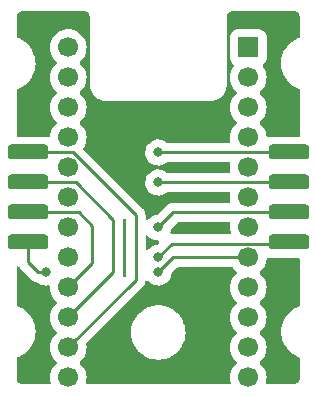
<source format=gtl>
%TF.GenerationSoftware,KiCad,Pcbnew,(6.0.11-0)*%
%TF.CreationDate,2023-02-15T20:24:27+08:00*%
%TF.ProjectId,Control,436f6e74-726f-46c2-9e6b-696361645f70,rev?*%
%TF.SameCoordinates,PX60e4b00PY5ad6650*%
%TF.FileFunction,Copper,L1,Top*%
%TF.FilePolarity,Positive*%
%FSLAX46Y46*%
G04 Gerber Fmt 4.6, Leading zero omitted, Abs format (unit mm)*
G04 Created by KiCad (PCBNEW (6.0.11-0)) date 2023-02-15 20:24:27*
%MOMM*%
%LPD*%
G01*
G04 APERTURE LIST*
G04 Aperture macros list*
%AMRoundRect*
0 Rectangle with rounded corners*
0 $1 Rounding radius*
0 $2 $3 $4 $5 $6 $7 $8 $9 X,Y pos of 4 corners*
0 Add a 4 corners polygon primitive as box body*
4,1,4,$2,$3,$4,$5,$6,$7,$8,$9,$2,$3,0*
0 Add four circle primitives for the rounded corners*
1,1,$1+$1,$2,$3*
1,1,$1+$1,$4,$5*
1,1,$1+$1,$6,$7*
1,1,$1+$1,$8,$9*
0 Add four rect primitives between the rounded corners*
20,1,$1+$1,$2,$3,$4,$5,0*
20,1,$1+$1,$4,$5,$6,$7,0*
20,1,$1+$1,$6,$7,$8,$9,0*
20,1,$1+$1,$8,$9,$2,$3,0*%
G04 Aperture macros list end*
%TA.AperFunction,ComponentPad*%
%ADD10R,1.700000X1.700000*%
%TD*%
%TA.AperFunction,ComponentPad*%
%ADD11C,1.700000*%
%TD*%
%TA.AperFunction,ConnectorPad*%
%ADD12RoundRect,0.317500X-1.397000X0.317500X-1.397000X-0.317500X1.397000X-0.317500X1.397000X0.317500X0*%
%TD*%
%TA.AperFunction,ConnectorPad*%
%ADD13RoundRect,0.317500X1.397000X-0.317500X1.397000X0.317500X-1.397000X0.317500X-1.397000X-0.317500X0*%
%TD*%
%TA.AperFunction,ViaPad*%
%ADD14C,0.800000*%
%TD*%
%TA.AperFunction,Conductor*%
%ADD15C,0.250000*%
%TD*%
G04 APERTURE END LIST*
D10*
%TO.P,U1,1,TX0/PD3*%
%TO.N,unconnected-(U1-Pad1)*%
X7620000Y12700000D03*
D11*
%TO.P,U1,2,RX1/PD2*%
%TO.N,unconnected-(U1-Pad2)*%
X7620000Y10160000D03*
%TO.P,U1,3,GND*%
%TO.N,unconnected-(U1-Pad3)*%
X7620000Y7620000D03*
%TO.P,U1,4,GND*%
%TO.N,unconnected-(U1-Pad4)*%
X7620000Y5080000D03*
%TO.P,U1,5,2/PD1*%
%TO.N,unconnected-(U1-Pad5)*%
X7620000Y2540000D03*
%TO.P,U1,6,3/PD0*%
%TO.N,unconnected-(U1-Pad6)*%
X7620000Y0D03*
%TO.P,U1,7,4/PD4*%
%TO.N,unconnected-(U1-Pad7)*%
X7620000Y-2540000D03*
%TO.P,U1,8,5/PC6*%
%TO.N,Row 5*%
X7620000Y-5080000D03*
%TO.P,U1,9,6/PD7*%
%TO.N,C56 Right*%
X7620000Y-7620000D03*
%TO.P,U1,10,7/PE6*%
%TO.N,C34 Right*%
X7620000Y-10160000D03*
%TO.P,U1,11,8/PB4*%
%TO.N,C12 Right*%
X7620000Y-12700000D03*
%TO.P,U1,12,9/PB5*%
%TO.N,unconnected-(U1-Pad12)*%
X7620000Y-15240000D03*
%TO.P,U1,13,10/PB6*%
%TO.N,unconnected-(U1-Pad13)*%
X-7620000Y-15240000D03*
%TO.P,U1,14,16/PB2*%
%TO.N,C12 Left*%
X-7620000Y-12700000D03*
%TO.P,U1,15,14/PB3*%
%TO.N,C34 Left*%
X-7620000Y-10160000D03*
%TO.P,U1,16,15/PB1*%
%TO.N,C56 Left*%
X-7620000Y-7620000D03*
%TO.P,U1,17,A0/PF7*%
%TO.N,Row 4*%
X-7620000Y-5080000D03*
%TO.P,U1,18,A1/PF6*%
%TO.N,Row 3*%
X-7620000Y-2540000D03*
%TO.P,U1,19,A2/PF5*%
%TO.N,Row 2*%
X-7620000Y0D03*
%TO.P,U1,20,A3/PF4*%
%TO.N,Row 1*%
X-7620000Y2540000D03*
%TO.P,U1,21,VCC*%
%TO.N,unconnected-(U1-Pad21)*%
X-7620000Y5080000D03*
%TO.P,U1,22,RST*%
%TO.N,unconnected-(U1-Pad22)*%
X-7620000Y7620000D03*
%TO.P,U1,23,GND*%
%TO.N,unconnected-(U1-Pad23)*%
X-7620000Y10160000D03*
%TO.P,U1,24,RAW*%
%TO.N,unconnected-(U1-Pad24)*%
X-7620000Y12700000D03*
%TD*%
D12*
%TO.P,J2,2,Pin_2*%
%TO.N,Row 4*%
X11049000Y-3810000D03*
%TO.P,J2,4,Pin_4*%
%TO.N,Row 3*%
X11049000Y-1270000D03*
%TO.P,J2,6,Pin_6*%
%TO.N,Row 2*%
X11049000Y1270000D03*
%TO.P,J2,8,Pin_8*%
%TO.N,Row 1*%
X11049000Y3810000D03*
%TD*%
D13*
%TO.P,J1,2,Pin_2*%
%TO.N,C12 Left*%
X-11049000Y3810000D03*
%TO.P,J1,4,Pin_4*%
%TO.N,C34 Left*%
X-11049000Y1270000D03*
%TO.P,J1,6,Pin_6*%
%TO.N,C56 Left*%
X-11049000Y-1270000D03*
%TO.P,J1,8,Pin_8*%
%TO.N,Row 5*%
X-11049000Y-3810000D03*
%TD*%
D14*
%TO.N,Row 1*%
X0Y3810000D03*
%TO.N,Row 2*%
X0Y1270000D03*
%TO.N,Row 3*%
X0Y-2540000D03*
%TO.N,Row 4*%
X0Y-5080000D03*
%TO.N,Row 5*%
X-9525000Y-6350000D03*
X0Y-6350000D03*
%TD*%
D15*
%TO.N,Row 1*%
X0Y3810000D02*
X11049000Y3810000D01*
%TO.N,C12 Left*%
X-7228299Y3810000D02*
X-1905000Y-1513299D01*
X-1905000Y-1513299D02*
X-1905000Y-6985000D01*
X-1905000Y-6985000D02*
X-7620000Y-12700000D01*
X-11049000Y3810000D02*
X-7228299Y3810000D01*
%TO.N,Row 2*%
X0Y1270000D02*
X11049000Y1270000D01*
%TO.N,Row 3*%
X0Y-2540000D02*
X1270000Y-1270000D01*
X1270000Y-1270000D02*
X11049000Y-1270000D01*
%TO.N,Row 4*%
X1175000Y-3905000D02*
X10954000Y-3905000D01*
X0Y-5080000D02*
X1175000Y-3905000D01*
%TO.N,Row 5*%
X-11049000Y-5461000D02*
X-10160000Y-6350000D01*
X-10160000Y-6350000D02*
X-9525000Y-6350000D01*
X7620000Y-5080000D02*
X1270000Y-5080000D01*
X-11049000Y-3810000D02*
X-11049000Y-5461000D01*
X1270000Y-5080000D02*
X0Y-6350000D01*
%TO.N,C34 Left*%
X-3810000Y-6350000D02*
X-7620000Y-10160000D01*
X-6985000Y1270000D02*
X-3810000Y-1905000D01*
X-11049000Y1270000D02*
X-6985000Y1270000D01*
X-3810000Y-1905000D02*
X-3810000Y-6350000D01*
%TO.N,C56 Left*%
X-6731000Y-1270000D02*
X-5588000Y-2413000D01*
X-5588000Y-5588000D02*
X-7620000Y-7620000D01*
X-5588000Y-2413000D02*
X-5588000Y-5588000D01*
X-11049000Y-1270000D02*
X-6731000Y-1270000D01*
%TD*%
%TA.AperFunction,NonConductor*%
G36*
X-6387986Y15808422D02*
G01*
X-6364920Y15805385D01*
X-6364916Y15805385D01*
X-6357389Y15804394D01*
X-6344735Y15805791D01*
X-6316808Y15805760D01*
X-6246832Y15797875D01*
X-6237377Y15796810D01*
X-6209876Y15790533D01*
X-6116301Y15757790D01*
X-6090885Y15745550D01*
X-6006941Y15692804D01*
X-5984882Y15675212D01*
X-5914788Y15605118D01*
X-5897196Y15583059D01*
X-5844450Y15499115D01*
X-5832210Y15473699D01*
X-5799468Y15380128D01*
X-5793190Y15352624D01*
X-5785026Y15280172D01*
X-5785193Y15262525D01*
X-5784535Y15262518D01*
X-5784614Y15254920D01*
X-5785606Y15247389D01*
X-5783614Y15229347D01*
X-5781261Y15208032D01*
X-5780500Y15194206D01*
X-5780500Y9579432D01*
X-5781578Y9562986D01*
X-5785606Y9532389D01*
X-5784772Y9524836D01*
X-5784451Y9521924D01*
X-5784078Y9517985D01*
X-5781273Y9482346D01*
X-5768137Y9315436D01*
X-5766983Y9310629D01*
X-5766982Y9310623D01*
X-5751424Y9245821D01*
X-5719064Y9111032D01*
X-5717171Y9106461D01*
X-5717170Y9106459D01*
X-5641855Y8924634D01*
X-5638619Y8916821D01*
X-5528783Y8737585D01*
X-5392261Y8577739D01*
X-5232415Y8441217D01*
X-5053179Y8331381D01*
X-5048609Y8329488D01*
X-5048605Y8329486D01*
X-4863541Y8252830D01*
X-4858968Y8250936D01*
X-4787723Y8233832D01*
X-4659377Y8203018D01*
X-4659371Y8203017D01*
X-4654564Y8201863D01*
X-4562563Y8194623D01*
X-4495521Y8189346D01*
X-4487654Y8188477D01*
X-4463863Y8185091D01*
X-4463857Y8185091D01*
X-4459778Y8184510D01*
X-4452932Y8184438D01*
X-4449135Y8184398D01*
X-4449129Y8184398D01*
X-4445000Y8184355D01*
X-4440894Y8184852D01*
X-4440892Y8184852D01*
X-4418333Y8187582D01*
X-4410028Y8188587D01*
X-4394892Y8189500D01*
X4386239Y8189500D01*
X4403992Y8188243D01*
X4426138Y8185091D01*
X4426142Y8185091D01*
X4430222Y8184510D01*
X4437114Y8184438D01*
X4440866Y8184398D01*
X4440871Y8184398D01*
X4445000Y8184355D01*
X4466376Y8186942D01*
X4471584Y8187462D01*
X4654564Y8201863D01*
X4659371Y8203017D01*
X4659377Y8203018D01*
X4787723Y8233832D01*
X4858968Y8250936D01*
X4863541Y8252830D01*
X5048605Y8329486D01*
X5048609Y8329488D01*
X5053179Y8331381D01*
X5232415Y8441217D01*
X5392261Y8577739D01*
X5528783Y8737585D01*
X5638619Y8916821D01*
X5641856Y8924634D01*
X5717170Y9106459D01*
X5717171Y9106461D01*
X5719064Y9111032D01*
X5751424Y9245821D01*
X5766982Y9310623D01*
X5766983Y9310629D01*
X5768137Y9315436D01*
X5780654Y9474479D01*
X5781523Y9482346D01*
X5784909Y9506137D01*
X5784909Y9506143D01*
X5785490Y9510222D01*
X5785562Y9517068D01*
X5785602Y9520865D01*
X5785602Y9520871D01*
X5785645Y9525000D01*
X5783840Y9539920D01*
X5781413Y9559971D01*
X5780500Y9575108D01*
X5780500Y15181239D01*
X5781757Y15198992D01*
X5784909Y15221138D01*
X5784909Y15221142D01*
X5785490Y15225222D01*
X5785645Y15240000D01*
X5784750Y15247397D01*
X5784629Y15276646D01*
X5793190Y15352622D01*
X5799468Y15380128D01*
X5832210Y15473699D01*
X5844450Y15499115D01*
X5897196Y15583059D01*
X5914788Y15605118D01*
X5984882Y15675212D01*
X6006941Y15692804D01*
X6090885Y15745550D01*
X6116301Y15757790D01*
X6209876Y15790533D01*
X6237376Y15796810D01*
X6238697Y15796959D01*
X6309828Y15804974D01*
X6327475Y15804807D01*
X6327482Y15805465D01*
X6335080Y15805386D01*
X6342611Y15804394D01*
X6381968Y15808739D01*
X6395794Y15809500D01*
X11375568Y15809500D01*
X11392014Y15808422D01*
X11415080Y15805385D01*
X11415084Y15805385D01*
X11422611Y15804394D01*
X11435265Y15805791D01*
X11463192Y15805760D01*
X11533168Y15797875D01*
X11542623Y15796810D01*
X11570124Y15790533D01*
X11663699Y15757790D01*
X11689115Y15745550D01*
X11773059Y15692804D01*
X11795118Y15675212D01*
X11865212Y15605118D01*
X11882804Y15583059D01*
X11935550Y15499115D01*
X11947790Y15473699D01*
X11980532Y15380128D01*
X11986810Y15352624D01*
X11994974Y15280172D01*
X11994807Y15262525D01*
X11995465Y15262518D01*
X11995386Y15254920D01*
X11994394Y15247389D01*
X11996386Y15229347D01*
X11998739Y15208032D01*
X11999500Y15194206D01*
X11999500Y13651932D01*
X11979498Y13583811D01*
X11925842Y13537318D01*
X11914004Y13532620D01*
X11817748Y13499945D01*
X11814055Y13498124D01*
X11814053Y13498123D01*
X11550986Y13368393D01*
X11550981Y13368390D01*
X11547282Y13366566D01*
X11543849Y13364272D01*
X11299970Y13201318D01*
X11299965Y13201314D01*
X11296539Y13199025D01*
X11293445Y13196311D01*
X11293439Y13196307D01*
X11072900Y13002898D01*
X11069811Y13000189D01*
X11067102Y12997100D01*
X10873693Y12776561D01*
X10873689Y12776555D01*
X10870975Y12773461D01*
X10703434Y12522718D01*
X10701610Y12519019D01*
X10701607Y12519014D01*
X10668505Y12451889D01*
X10570055Y12252252D01*
X10568729Y12248347D01*
X10568729Y12248346D01*
X10483913Y11998485D01*
X10473120Y11966691D01*
X10472316Y11962647D01*
X10472314Y11962641D01*
X10423060Y11715022D01*
X10414287Y11670920D01*
X10414018Y11666815D01*
X10414017Y11666808D01*
X10397913Y11421093D01*
X10394564Y11370000D01*
X10394834Y11365881D01*
X10413953Y11074179D01*
X10414287Y11069080D01*
X10415089Y11065047D01*
X10415090Y11065041D01*
X10472314Y10777359D01*
X10473120Y10773309D01*
X10474447Y10769400D01*
X10474448Y10769396D01*
X10568729Y10491654D01*
X10570055Y10487748D01*
X10703434Y10217282D01*
X10870975Y9966539D01*
X10873689Y9963445D01*
X10873693Y9963439D01*
X11067102Y9742900D01*
X11069811Y9739811D01*
X11072900Y9737102D01*
X11293439Y9543693D01*
X11293445Y9543689D01*
X11296539Y9540975D01*
X11299965Y9538686D01*
X11299970Y9538682D01*
X11433155Y9449691D01*
X11547282Y9373434D01*
X11550981Y9371610D01*
X11550986Y9371607D01*
X11813690Y9242056D01*
X11817748Y9240055D01*
X11821646Y9238732D01*
X11821648Y9238731D01*
X11914002Y9207381D01*
X11972078Y9166544D01*
X11998856Y9100791D01*
X11999500Y9088068D01*
X11999500Y5271500D01*
X11979498Y5203379D01*
X11925842Y5156886D01*
X11873500Y5145500D01*
X9554766Y5145500D01*
X9548627Y5145189D01*
X9544040Y5144264D01*
X9544039Y5144264D01*
X9358970Y5106948D01*
X9358969Y5106948D01*
X9352925Y5105729D01*
X9339368Y5100086D01*
X9268794Y5092373D01*
X9205251Y5124041D01*
X9168917Y5185035D01*
X9165336Y5206525D01*
X9156534Y5318370D01*
X9156534Y5318371D01*
X9156146Y5323302D01*
X9099172Y5560612D01*
X9097282Y5565175D01*
X9097280Y5565181D01*
X9007672Y5781515D01*
X9007670Y5781519D01*
X9005777Y5786089D01*
X8878259Y5994179D01*
X8719759Y6179759D01*
X8632611Y6254190D01*
X8593803Y6313640D01*
X8593297Y6384634D01*
X8632611Y6445810D01*
X8719759Y6520241D01*
X8878259Y6705821D01*
X9005777Y6913911D01*
X9007672Y6918485D01*
X9097280Y7134819D01*
X9097282Y7134825D01*
X9099172Y7139388D01*
X9156146Y7376698D01*
X9175294Y7620000D01*
X9156146Y7863302D01*
X9099172Y8100612D01*
X9097282Y8105175D01*
X9097280Y8105181D01*
X9007672Y8321515D01*
X9007670Y8321519D01*
X9005777Y8326089D01*
X8878259Y8534179D01*
X8719759Y8719759D01*
X8632611Y8794190D01*
X8593803Y8853640D01*
X8593297Y8924634D01*
X8632611Y8985810D01*
X8719759Y9060241D01*
X8878259Y9245821D01*
X9005777Y9453911D01*
X9007672Y9458485D01*
X9097280Y9674819D01*
X9097282Y9674825D01*
X9099172Y9679388D01*
X9156146Y9916698D01*
X9175294Y10160000D01*
X9156146Y10403302D01*
X9099172Y10640612D01*
X9097282Y10645175D01*
X9097280Y10645181D01*
X9007672Y10861515D01*
X9007670Y10861519D01*
X9005777Y10866089D01*
X8878259Y11074179D01*
X8875046Y11077941D01*
X8875043Y11077945D01*
X8859699Y11095911D01*
X8830668Y11160700D01*
X8841273Y11230900D01*
X8890240Y11285517D01*
X8905408Y11294703D01*
X9025297Y11414592D01*
X9113127Y11559617D01*
X9163829Y11721406D01*
X9170500Y11794007D01*
X9170500Y12700000D01*
X9170499Y13603109D01*
X9170499Y13605992D01*
X9170234Y13608884D01*
X9164440Y13671940D01*
X9163829Y13678594D01*
X9113127Y13840383D01*
X9025297Y13985408D01*
X8905408Y14105297D01*
X8760383Y14193127D01*
X8753136Y14195398D01*
X8753134Y14195399D01*
X8687894Y14215844D01*
X8598594Y14243829D01*
X8525993Y14250500D01*
X8523095Y14250500D01*
X7617650Y14250499D01*
X6714008Y14250499D01*
X6711150Y14250236D01*
X6711141Y14250236D01*
X6675757Y14246985D01*
X6641406Y14243829D01*
X6635028Y14241830D01*
X6635027Y14241830D01*
X6486866Y14195399D01*
X6486864Y14195398D01*
X6479617Y14193127D01*
X6334592Y14105297D01*
X6214703Y13985408D01*
X6126873Y13840383D01*
X6076171Y13678594D01*
X6069500Y13605993D01*
X6069500Y13603095D01*
X6069501Y12697646D01*
X6069501Y11794008D01*
X6069764Y11791150D01*
X6069764Y11791141D01*
X6070253Y11785821D01*
X6076171Y11721406D01*
X6126873Y11559617D01*
X6214703Y11414592D01*
X6334592Y11294703D01*
X6349760Y11285517D01*
X6397666Y11233123D01*
X6409642Y11163144D01*
X6380301Y11095911D01*
X6364957Y11077945D01*
X6364954Y11077941D01*
X6361741Y11074179D01*
X6234223Y10866089D01*
X6232330Y10861519D01*
X6232328Y10861515D01*
X6142720Y10645181D01*
X6142718Y10645175D01*
X6140828Y10640612D01*
X6083854Y10403302D01*
X6064706Y10160000D01*
X6083854Y9916698D01*
X6140828Y9679388D01*
X6142718Y9674825D01*
X6142720Y9674819D01*
X6232328Y9458485D01*
X6234223Y9453911D01*
X6361741Y9245821D01*
X6520241Y9060241D01*
X6607389Y8985810D01*
X6646197Y8926360D01*
X6646703Y8855366D01*
X6607389Y8794190D01*
X6520241Y8719759D01*
X6361741Y8534179D01*
X6234223Y8326089D01*
X6232330Y8321519D01*
X6232328Y8321515D01*
X6142720Y8105181D01*
X6142718Y8105175D01*
X6140828Y8100612D01*
X6083854Y7863302D01*
X6064706Y7620000D01*
X6083854Y7376698D01*
X6140828Y7139388D01*
X6142718Y7134825D01*
X6142720Y7134819D01*
X6232328Y6918485D01*
X6234223Y6913911D01*
X6361741Y6705821D01*
X6520241Y6520241D01*
X6607389Y6445810D01*
X6646197Y6386360D01*
X6646703Y6315366D01*
X6607389Y6254190D01*
X6520241Y6179759D01*
X6361741Y5994179D01*
X6234223Y5786089D01*
X6232330Y5781519D01*
X6232328Y5781515D01*
X6142720Y5565181D01*
X6142718Y5565175D01*
X6140828Y5560612D01*
X6083854Y5323302D01*
X6064706Y5080000D01*
X6083854Y4836698D01*
X6085009Y4831889D01*
X6085011Y4831876D01*
X6094845Y4790915D01*
X6091299Y4720007D01*
X6049980Y4662273D01*
X5984006Y4636042D01*
X5972327Y4635500D01*
X777652Y4635500D01*
X709531Y4655502D01*
X692123Y4668976D01*
X677059Y4682901D01*
X677053Y4682905D01*
X672812Y4686826D01*
X645374Y4704138D01*
X506637Y4791675D01*
X501757Y4794754D01*
X313898Y4869702D01*
X115526Y4909161D01*
X109752Y4909237D01*
X109748Y4909237D01*
X7257Y4910578D01*
X-86714Y4911808D01*
X-92411Y4910829D01*
X-92412Y4910829D01*
X-280354Y4878535D01*
X-280355Y4878535D01*
X-286051Y4877556D01*
X-475807Y4807551D01*
X-649629Y4704138D01*
X-801695Y4570780D01*
X-926911Y4411943D01*
X-1021086Y4232947D01*
X-1081063Y4039787D01*
X-1104836Y3838931D01*
X-1091608Y3637106D01*
X-1041822Y3441072D01*
X-957144Y3257393D01*
X-840412Y3092220D01*
X-695534Y2951087D01*
X-690730Y2947877D01*
X-623349Y2902854D01*
X-527363Y2838718D01*
X-522060Y2836440D01*
X-522057Y2836438D01*
X-346837Y2761158D01*
X-341530Y2758878D01*
X-144260Y2714240D01*
X-138491Y2714013D01*
X-138488Y2714013D01*
X-62317Y2711021D01*
X57842Y2706300D01*
X144132Y2718811D01*
X252286Y2734492D01*
X252291Y2734493D01*
X258007Y2735322D01*
X263479Y2737180D01*
X263481Y2737180D01*
X444067Y2798481D01*
X444069Y2798482D01*
X449531Y2800336D01*
X626001Y2899163D01*
X693587Y2955374D01*
X758752Y2983555D01*
X774157Y2984500D01*
X5972327Y2984500D01*
X6040448Y2964498D01*
X6086941Y2910842D01*
X6097045Y2840568D01*
X6094845Y2829085D01*
X6085011Y2788124D01*
X6085010Y2788116D01*
X6083854Y2783302D01*
X6064706Y2540000D01*
X6083854Y2296698D01*
X6085010Y2291884D01*
X6085011Y2291876D01*
X6094845Y2250915D01*
X6091299Y2180007D01*
X6049980Y2122273D01*
X5984006Y2096042D01*
X5972327Y2095500D01*
X777652Y2095500D01*
X709531Y2115502D01*
X692123Y2128976D01*
X677059Y2142901D01*
X677053Y2142905D01*
X672812Y2146826D01*
X645374Y2164138D01*
X506637Y2251675D01*
X501757Y2254754D01*
X313898Y2329702D01*
X115526Y2369161D01*
X109752Y2369237D01*
X109748Y2369237D01*
X7257Y2370578D01*
X-86714Y2371808D01*
X-92411Y2370829D01*
X-92412Y2370829D01*
X-280354Y2338535D01*
X-280355Y2338535D01*
X-286051Y2337556D01*
X-475807Y2267551D01*
X-649629Y2164138D01*
X-801695Y2030780D01*
X-926911Y1871943D01*
X-1021086Y1692947D01*
X-1081063Y1499787D01*
X-1104836Y1298931D01*
X-1091608Y1097106D01*
X-1041822Y901072D01*
X-957144Y717393D01*
X-840412Y552220D01*
X-695534Y411087D01*
X-690730Y407877D01*
X-623349Y362854D01*
X-527363Y298718D01*
X-522060Y296440D01*
X-522057Y296438D01*
X-346837Y221158D01*
X-341530Y218878D01*
X-144260Y174240D01*
X-138491Y174013D01*
X-138488Y174013D01*
X-62317Y171021D01*
X57842Y166300D01*
X144132Y178811D01*
X252286Y194492D01*
X252291Y194493D01*
X258007Y195322D01*
X263479Y197180D01*
X263481Y197180D01*
X444067Y258481D01*
X444069Y258482D01*
X449531Y260336D01*
X626001Y359163D01*
X693587Y415374D01*
X758752Y443555D01*
X774157Y444500D01*
X5972327Y444500D01*
X6040448Y424498D01*
X6086941Y370842D01*
X6097045Y300568D01*
X6094845Y289085D01*
X6085011Y248124D01*
X6085010Y248116D01*
X6083854Y243302D01*
X6064706Y0D01*
X6083854Y-243302D01*
X6085010Y-248116D01*
X6085011Y-248124D01*
X6094845Y-289085D01*
X6091299Y-359993D01*
X6049980Y-417727D01*
X5984006Y-443958D01*
X5972327Y-444500D01*
X1310010Y-444500D01*
X1299467Y-444058D01*
X1298276Y-443958D01*
X1249712Y-439880D01*
X1242953Y-440782D01*
X1242948Y-440782D01*
X1172339Y-450203D01*
X1169285Y-450573D01*
X1098475Y-458266D01*
X1091691Y-459003D01*
X1085219Y-461181D01*
X1082906Y-461690D01*
X1082343Y-461789D01*
X1081552Y-461973D01*
X1081032Y-462124D01*
X1078691Y-462699D01*
X1071929Y-463601D01*
X1004329Y-488206D01*
X998563Y-490305D01*
X995655Y-491323D01*
X921700Y-516211D01*
X915848Y-519727D01*
X913660Y-520738D01*
X913140Y-520952D01*
X912451Y-521281D01*
X911948Y-521555D01*
X909800Y-522612D01*
X903388Y-524946D01*
X837456Y-566787D01*
X834889Y-568372D01*
X773806Y-605074D01*
X773804Y-605076D01*
X767960Y-608587D01*
X763002Y-613275D01*
X761083Y-614732D01*
X760160Y-615373D01*
X756314Y-618281D01*
X751950Y-621051D01*
X747850Y-624716D01*
X695958Y-676608D01*
X693436Y-679061D01*
X642602Y-727132D01*
X642600Y-727135D01*
X637643Y-731822D01*
X633808Y-737466D01*
X629694Y-742299D01*
X622836Y-749730D01*
X-32944Y-1405510D01*
X-100701Y-1440595D01*
X-280354Y-1471465D01*
X-280355Y-1471465D01*
X-286051Y-1472444D01*
X-475807Y-1542449D01*
X-649629Y-1645862D01*
X-801695Y-1779220D01*
X-805274Y-1783760D01*
X-805275Y-1783761D01*
X-820127Y-1802601D01*
X-844254Y-1833207D01*
X-854550Y-1846267D01*
X-912431Y-1887381D01*
X-983351Y-1890675D01*
X-1044793Y-1855104D01*
X-1077251Y-1791961D01*
X-1079500Y-1768262D01*
X-1079500Y-1553310D01*
X-1079058Y-1542767D01*
X-1079031Y-1542449D01*
X-1074880Y-1493012D01*
X-1077754Y-1471465D01*
X-1085201Y-1415653D01*
X-1085571Y-1412599D01*
X-1093266Y-1341771D01*
X-1093267Y-1341768D01*
X-1094003Y-1334990D01*
X-1096178Y-1328529D01*
X-1096695Y-1326175D01*
X-1096791Y-1325633D01*
X-1096973Y-1324849D01*
X-1097129Y-1324312D01*
X-1097699Y-1321992D01*
X-1098601Y-1315229D01*
X-1125303Y-1241866D01*
X-1126321Y-1238959D01*
X-1149033Y-1171472D01*
X-1151211Y-1164999D01*
X-1154728Y-1159146D01*
X-1155731Y-1156975D01*
X-1155951Y-1156441D01*
X-1156280Y-1155750D01*
X-1156554Y-1155248D01*
X-1157611Y-1153100D01*
X-1159945Y-1146687D01*
X-1201817Y-1080707D01*
X-1203342Y-1078238D01*
X-1243587Y-1011259D01*
X-1248278Y-1006298D01*
X-1249727Y-1004389D01*
X-1250391Y-1003433D01*
X-1253278Y-999617D01*
X-1256050Y-995249D01*
X-1259716Y-991150D01*
X-1311592Y-939274D01*
X-1314045Y-936752D01*
X-1362133Y-885900D01*
X-1362135Y-885898D01*
X-1366822Y-880942D01*
X-1372464Y-877108D01*
X-1377308Y-872985D01*
X-1384738Y-866128D01*
X-6312381Y4061515D01*
X-6346407Y4123827D01*
X-6341342Y4194642D01*
X-6330718Y4216445D01*
X-6236814Y4369681D01*
X-6236808Y4369692D01*
X-6234223Y4373911D01*
X-6220586Y4406833D01*
X-6142720Y4594819D01*
X-6142718Y4594825D01*
X-6140828Y4599388D01*
X-6083854Y4836698D01*
X-6064706Y5080000D01*
X-6083854Y5323302D01*
X-6140828Y5560612D01*
X-6142718Y5565175D01*
X-6142720Y5565181D01*
X-6232328Y5781515D01*
X-6232330Y5781519D01*
X-6234223Y5786089D01*
X-6361741Y5994179D01*
X-6520241Y6179759D01*
X-6607389Y6254190D01*
X-6646197Y6313640D01*
X-6646703Y6384634D01*
X-6607389Y6445810D01*
X-6520241Y6520241D01*
X-6361741Y6705821D01*
X-6234223Y6913911D01*
X-6232328Y6918485D01*
X-6142720Y7134819D01*
X-6142718Y7134825D01*
X-6140828Y7139388D01*
X-6083854Y7376698D01*
X-6064706Y7620000D01*
X-6083854Y7863302D01*
X-6140828Y8100612D01*
X-6142718Y8105175D01*
X-6142720Y8105181D01*
X-6232328Y8321515D01*
X-6232330Y8321519D01*
X-6234223Y8326089D01*
X-6361741Y8534179D01*
X-6520241Y8719759D01*
X-6607389Y8794190D01*
X-6646197Y8853640D01*
X-6646703Y8924634D01*
X-6607389Y8985810D01*
X-6520241Y9060241D01*
X-6361741Y9245821D01*
X-6234223Y9453911D01*
X-6232328Y9458485D01*
X-6142720Y9674819D01*
X-6142718Y9674825D01*
X-6140828Y9679388D01*
X-6083854Y9916698D01*
X-6064706Y10160000D01*
X-6083854Y10403302D01*
X-6140828Y10640612D01*
X-6142718Y10645175D01*
X-6142720Y10645181D01*
X-6232328Y10861515D01*
X-6232330Y10861519D01*
X-6234223Y10866089D01*
X-6361741Y11074179D01*
X-6520241Y11259759D01*
X-6607389Y11334190D01*
X-6646197Y11393640D01*
X-6646703Y11464634D01*
X-6607389Y11525810D01*
X-6520241Y11600241D01*
X-6361741Y11785821D01*
X-6234223Y11993911D01*
X-6232328Y11998485D01*
X-6142720Y12214819D01*
X-6142718Y12214825D01*
X-6140828Y12219388D01*
X-6133875Y12248346D01*
X-6085009Y12451889D01*
X-6083854Y12456698D01*
X-6064706Y12700000D01*
X-6083854Y12943302D01*
X-6140828Y13180612D01*
X-6142718Y13185175D01*
X-6142720Y13185181D01*
X-6232328Y13401515D01*
X-6232330Y13401519D01*
X-6234223Y13406089D01*
X-6361741Y13614179D01*
X-6520241Y13799759D01*
X-6705821Y13958259D01*
X-6913911Y14085777D01*
X-6918481Y14087670D01*
X-6918485Y14087672D01*
X-7134819Y14177280D01*
X-7134825Y14177282D01*
X-7139388Y14179172D01*
X-7144188Y14180324D01*
X-7144193Y14180326D01*
X-7252702Y14206377D01*
X-7376698Y14236146D01*
X-7620000Y14255294D01*
X-7863302Y14236146D01*
X-7987298Y14206377D01*
X-8095807Y14180326D01*
X-8095812Y14180324D01*
X-8100612Y14179172D01*
X-8105175Y14177282D01*
X-8105181Y14177280D01*
X-8321515Y14087672D01*
X-8321519Y14087670D01*
X-8326089Y14085777D01*
X-8534179Y13958259D01*
X-8719759Y13799759D01*
X-8878259Y13614179D01*
X-9005777Y13406089D01*
X-9007670Y13401519D01*
X-9007672Y13401515D01*
X-9097280Y13185181D01*
X-9097282Y13185175D01*
X-9099172Y13180612D01*
X-9156146Y12943302D01*
X-9175294Y12700000D01*
X-9156146Y12456698D01*
X-9154991Y12451889D01*
X-9106124Y12248346D01*
X-9099172Y12219388D01*
X-9097282Y12214825D01*
X-9097280Y12214819D01*
X-9007672Y11998485D01*
X-9005777Y11993911D01*
X-8878259Y11785821D01*
X-8719759Y11600241D01*
X-8632611Y11525810D01*
X-8593803Y11466360D01*
X-8593297Y11395366D01*
X-8632611Y11334190D01*
X-8719759Y11259759D01*
X-8878259Y11074179D01*
X-9005777Y10866089D01*
X-9007670Y10861519D01*
X-9007672Y10861515D01*
X-9097280Y10645181D01*
X-9097282Y10645175D01*
X-9099172Y10640612D01*
X-9156146Y10403302D01*
X-9175294Y10160000D01*
X-9156146Y9916698D01*
X-9099172Y9679388D01*
X-9097282Y9674825D01*
X-9097280Y9674819D01*
X-9007672Y9458485D01*
X-9005777Y9453911D01*
X-8878259Y9245821D01*
X-8719759Y9060241D01*
X-8632611Y8985810D01*
X-8593803Y8926360D01*
X-8593297Y8855366D01*
X-8632611Y8794190D01*
X-8719759Y8719759D01*
X-8878259Y8534179D01*
X-9005777Y8326089D01*
X-9007670Y8321519D01*
X-9007672Y8321515D01*
X-9097280Y8105181D01*
X-9097282Y8105175D01*
X-9099172Y8100612D01*
X-9156146Y7863302D01*
X-9175294Y7620000D01*
X-9156146Y7376698D01*
X-9099172Y7139388D01*
X-9097282Y7134825D01*
X-9097280Y7134819D01*
X-9007672Y6918485D01*
X-9005777Y6913911D01*
X-8878259Y6705821D01*
X-8719759Y6520241D01*
X-8632611Y6445810D01*
X-8593803Y6386360D01*
X-8593297Y6315366D01*
X-8632611Y6254190D01*
X-8719759Y6179759D01*
X-8878259Y5994179D01*
X-9005777Y5786089D01*
X-9007670Y5781519D01*
X-9007672Y5781515D01*
X-9097280Y5565181D01*
X-9097282Y5565175D01*
X-9099172Y5560612D01*
X-9156146Y5323302D01*
X-9156534Y5318371D01*
X-9156534Y5318370D01*
X-9165336Y5206525D01*
X-9190621Y5140183D01*
X-9247759Y5098043D01*
X-9318609Y5093484D01*
X-9339361Y5100083D01*
X-9352925Y5105729D01*
X-9358969Y5106948D01*
X-9358970Y5106948D01*
X-9544039Y5144264D01*
X-9544040Y5144264D01*
X-9548627Y5145189D01*
X-9554766Y5145500D01*
X-11873500Y5145500D01*
X-11941621Y5165502D01*
X-11988114Y5219158D01*
X-11999500Y5271500D01*
X-11999500Y9088068D01*
X-11979498Y9156189D01*
X-11925842Y9202682D01*
X-11914002Y9207381D01*
X-11821648Y9238731D01*
X-11821646Y9238732D01*
X-11817748Y9240055D01*
X-11813690Y9242056D01*
X-11550986Y9371607D01*
X-11550981Y9371610D01*
X-11547282Y9373434D01*
X-11433155Y9449691D01*
X-11299970Y9538682D01*
X-11299965Y9538686D01*
X-11296539Y9540975D01*
X-11293445Y9543689D01*
X-11293439Y9543693D01*
X-11072900Y9737102D01*
X-11069811Y9739811D01*
X-11067102Y9742900D01*
X-10873693Y9963439D01*
X-10873689Y9963445D01*
X-10870975Y9966539D01*
X-10703434Y10217282D01*
X-10570055Y10487748D01*
X-10568729Y10491654D01*
X-10474448Y10769396D01*
X-10474447Y10769400D01*
X-10473120Y10773309D01*
X-10472314Y10777359D01*
X-10415090Y11065041D01*
X-10415089Y11065047D01*
X-10414287Y11069080D01*
X-10413952Y11074179D01*
X-10394834Y11365881D01*
X-10394564Y11370000D01*
X-10397913Y11421093D01*
X-10414017Y11666808D01*
X-10414018Y11666815D01*
X-10414287Y11670920D01*
X-10423059Y11715022D01*
X-10472314Y11962641D01*
X-10472316Y11962647D01*
X-10473120Y11966691D01*
X-10483912Y11998485D01*
X-10568729Y12248346D01*
X-10568729Y12248347D01*
X-10570055Y12252252D01*
X-10668505Y12451889D01*
X-10701607Y12519014D01*
X-10701610Y12519019D01*
X-10703434Y12522718D01*
X-10870975Y12773461D01*
X-10873689Y12776555D01*
X-10873693Y12776561D01*
X-11067102Y12997100D01*
X-11069811Y13000189D01*
X-11072900Y13002898D01*
X-11293439Y13196307D01*
X-11293445Y13196311D01*
X-11296539Y13199025D01*
X-11299965Y13201314D01*
X-11299970Y13201318D01*
X-11543849Y13364272D01*
X-11547282Y13366566D01*
X-11550981Y13368390D01*
X-11550986Y13368393D01*
X-11814053Y13498123D01*
X-11814055Y13498124D01*
X-11817748Y13499945D01*
X-11914002Y13532619D01*
X-11972078Y13573456D01*
X-11998856Y13639209D01*
X-11999500Y13651932D01*
X-11999500Y15181239D01*
X-11998243Y15198992D01*
X-11995091Y15221138D01*
X-11995091Y15221142D01*
X-11994510Y15225222D01*
X-11994355Y15240000D01*
X-11995250Y15247397D01*
X-11995371Y15276646D01*
X-11986810Y15352622D01*
X-11980532Y15380128D01*
X-11947790Y15473699D01*
X-11935550Y15499115D01*
X-11882804Y15583059D01*
X-11865212Y15605118D01*
X-11795118Y15675212D01*
X-11773059Y15692804D01*
X-11689115Y15745550D01*
X-11663699Y15757790D01*
X-11570124Y15790533D01*
X-11542624Y15796810D01*
X-11541303Y15796959D01*
X-11470172Y15804974D01*
X-11452525Y15804807D01*
X-11452518Y15805465D01*
X-11444920Y15805386D01*
X-11437389Y15804394D01*
X-11398032Y15808739D01*
X-11384206Y15809500D01*
X-6404432Y15809500D01*
X-6387986Y15808422D01*
G37*
%TD.AperFunction*%
%TA.AperFunction,NonConductor*%
G36*
X6040448Y-2115502D02*
G01*
X6086941Y-2169158D01*
X6097045Y-2239432D01*
X6094845Y-2250915D01*
X6085011Y-2291876D01*
X6085010Y-2291884D01*
X6083854Y-2296698D01*
X6064706Y-2540000D01*
X6083854Y-2783302D01*
X6085010Y-2788118D01*
X6085011Y-2788123D01*
X6117653Y-2924085D01*
X6114107Y-2994993D01*
X6072788Y-3052727D01*
X6006814Y-3078958D01*
X5995135Y-3079500D01*
X1215010Y-3079500D01*
X1204467Y-3079058D01*
X1203276Y-3078958D01*
X1158124Y-3075166D01*
X1158122Y-3075166D01*
X1154712Y-3074880D01*
X1154763Y-3074269D01*
X1090792Y-3057173D01*
X1043001Y-3004670D01*
X1031182Y-2934664D01*
X1036988Y-2909040D01*
X1072819Y-2803485D01*
X1072820Y-2803480D01*
X1074678Y-2798007D01*
X1075507Y-2792291D01*
X1075508Y-2792286D01*
X1096695Y-2646154D01*
X1126264Y-2581609D01*
X1132295Y-2575139D01*
X1575028Y-2132405D01*
X1637341Y-2098380D01*
X1664124Y-2095500D01*
X5972327Y-2095500D01*
X6040448Y-2115502D01*
G37*
%TD.AperFunction*%
%TA.AperFunction,NonConductor*%
G36*
X-870988Y-3220856D02*
G01*
X-850603Y-3243360D01*
X-840412Y-3257780D01*
X-695534Y-3398913D01*
X-527363Y-3511282D01*
X-522060Y-3513560D01*
X-522057Y-3513562D01*
X-346837Y-3588842D01*
X-341530Y-3591122D01*
X-144260Y-3635760D01*
X-138491Y-3635987D01*
X-138488Y-3635987D01*
X-26949Y-3640369D01*
X40334Y-3663030D01*
X84684Y-3718470D01*
X92021Y-3789086D01*
X57199Y-3855367D01*
X-32944Y-3945510D01*
X-100701Y-3980595D01*
X-280354Y-4011465D01*
X-280355Y-4011465D01*
X-286051Y-4012444D01*
X-475807Y-4082449D01*
X-649629Y-4185862D01*
X-801695Y-4319220D01*
X-805274Y-4323760D01*
X-805275Y-4323761D01*
X-854550Y-4386267D01*
X-912431Y-4427381D01*
X-983351Y-4430675D01*
X-1044793Y-4395104D01*
X-1077251Y-4331961D01*
X-1079500Y-4308262D01*
X-1079500Y-3316080D01*
X-1059498Y-3247959D01*
X-1005842Y-3201466D01*
X-935568Y-3191362D01*
X-870988Y-3220856D01*
G37*
%TD.AperFunction*%
%TA.AperFunction,NonConductor*%
G36*
X-2766309Y-1833207D02*
G01*
X-2733057Y-1895936D01*
X-2730500Y-1921193D01*
X-2730500Y-6285133D01*
X-2731124Y-6287259D01*
X-2730500Y-6292078D01*
X-2730500Y-6590877D01*
X-2750502Y-6658998D01*
X-2767405Y-6679972D01*
X-2809068Y-6721635D01*
X-2871380Y-6755661D01*
X-2942195Y-6750596D01*
X-2999031Y-6708049D01*
X-3023842Y-6641529D01*
X-3021129Y-6605054D01*
X-3006909Y-6541437D01*
X-3006200Y-6538441D01*
X-2988966Y-6469318D01*
X-2987314Y-6462693D01*
X-2987123Y-6455871D01*
X-2986795Y-6453476D01*
X-2986597Y-6452374D01*
X-2985936Y-6447611D01*
X-2984807Y-6442560D01*
X-2984500Y-6437069D01*
X-2984500Y-6363693D01*
X-2984451Y-6360176D01*
X-2982497Y-6290226D01*
X-2982497Y-6290221D01*
X-2982307Y-6283405D01*
X-2983586Y-6276702D01*
X-2984094Y-6270387D01*
X-2984500Y-6260280D01*
X-2984500Y-1945010D01*
X-2984058Y-1934466D01*
X-2982058Y-1910649D01*
X-2956426Y-1844441D01*
X-2899068Y-1802601D01*
X-2828195Y-1798413D01*
X-2766309Y-1833207D01*
G37*
%TD.AperFunction*%
%TA.AperFunction,NonConductor*%
G36*
X9339361Y-5100083D02*
G01*
X9352925Y-5105729D01*
X9358969Y-5106948D01*
X9358970Y-5106948D01*
X9544039Y-5144264D01*
X9548627Y-5145189D01*
X9554766Y-5145500D01*
X11873500Y-5145500D01*
X11941621Y-5165502D01*
X11988114Y-5219158D01*
X11999500Y-5271500D01*
X11999500Y-9088068D01*
X11979498Y-9156189D01*
X11925842Y-9202682D01*
X11914004Y-9207380D01*
X11817748Y-9240055D01*
X11814055Y-9241876D01*
X11814053Y-9241877D01*
X11550986Y-9371607D01*
X11550981Y-9371610D01*
X11547282Y-9373434D01*
X11543849Y-9375728D01*
X11299970Y-9538682D01*
X11299965Y-9538686D01*
X11296539Y-9540975D01*
X11293445Y-9543689D01*
X11293439Y-9543693D01*
X11230737Y-9598682D01*
X11069811Y-9739811D01*
X11067102Y-9742900D01*
X10873693Y-9963439D01*
X10873689Y-9963445D01*
X10870975Y-9966539D01*
X10868686Y-9969965D01*
X10868682Y-9969970D01*
X10745003Y-10155070D01*
X10703434Y-10217282D01*
X10701610Y-10220981D01*
X10701607Y-10220986D01*
X10633135Y-10359834D01*
X10570055Y-10487748D01*
X10568729Y-10491653D01*
X10568729Y-10491654D01*
X10516614Y-10645181D01*
X10473120Y-10773309D01*
X10472316Y-10777353D01*
X10472314Y-10777359D01*
X10454665Y-10866089D01*
X10414287Y-11069080D01*
X10414018Y-11073185D01*
X10414017Y-11073192D01*
X10413706Y-11077944D01*
X10394564Y-11370000D01*
X10394834Y-11374119D01*
X10409655Y-11600241D01*
X10414287Y-11670920D01*
X10415089Y-11674953D01*
X10415090Y-11674959D01*
X10437142Y-11785821D01*
X10473120Y-11966691D01*
X10474447Y-11970600D01*
X10474448Y-11970604D01*
X10557348Y-12214819D01*
X10570055Y-12252252D01*
X10619874Y-12353275D01*
X10670877Y-12456698D01*
X10703434Y-12522718D01*
X10870975Y-12773461D01*
X10873689Y-12776555D01*
X10873693Y-12776561D01*
X11067102Y-12997100D01*
X11069811Y-13000189D01*
X11072900Y-13002898D01*
X11293439Y-13196307D01*
X11293445Y-13196311D01*
X11296539Y-13199025D01*
X11299965Y-13201314D01*
X11299970Y-13201318D01*
X11386335Y-13259025D01*
X11547282Y-13366566D01*
X11550981Y-13368390D01*
X11550986Y-13368393D01*
X11814053Y-13498123D01*
X11817748Y-13499945D01*
X11821646Y-13501268D01*
X11821648Y-13501269D01*
X11914002Y-13532619D01*
X11972078Y-13573456D01*
X11998856Y-13639209D01*
X11999500Y-13651932D01*
X11999500Y-15185568D01*
X11998422Y-15202014D01*
X11994394Y-15232611D01*
X11995791Y-15245265D01*
X11995760Y-15273192D01*
X11987875Y-15343168D01*
X11986810Y-15352623D01*
X11980533Y-15380124D01*
X11947790Y-15473699D01*
X11935550Y-15499115D01*
X11882804Y-15583059D01*
X11865212Y-15605118D01*
X11795118Y-15675212D01*
X11773059Y-15692804D01*
X11689115Y-15745550D01*
X11663699Y-15757790D01*
X11570124Y-15790533D01*
X11542624Y-15796810D01*
X11470172Y-15804974D01*
X11452525Y-15804807D01*
X11452518Y-15805465D01*
X11444920Y-15805386D01*
X11437389Y-15804394D01*
X11398858Y-15808648D01*
X11398032Y-15808739D01*
X11384206Y-15809500D01*
X9237663Y-15809500D01*
X9169542Y-15789498D01*
X9123049Y-15735842D01*
X9112945Y-15665568D01*
X9115144Y-15654085D01*
X9132196Y-15583059D01*
X9156146Y-15483302D01*
X9175294Y-15240000D01*
X9156146Y-14996698D01*
X9099172Y-14759388D01*
X9097282Y-14754825D01*
X9097280Y-14754819D01*
X9007672Y-14538485D01*
X9007670Y-14538481D01*
X9005777Y-14533911D01*
X8878259Y-14325821D01*
X8719759Y-14140241D01*
X8632611Y-14065810D01*
X8593803Y-14006360D01*
X8593297Y-13935366D01*
X8632611Y-13874190D01*
X8719759Y-13799759D01*
X8878259Y-13614179D01*
X9005777Y-13406089D01*
X9007672Y-13401515D01*
X9097280Y-13185181D01*
X9097282Y-13185175D01*
X9099172Y-13180612D01*
X9156146Y-12943302D01*
X9175294Y-12700000D01*
X9156146Y-12456698D01*
X9107062Y-12252252D01*
X9100326Y-12224193D01*
X9100324Y-12224188D01*
X9099172Y-12219388D01*
X9097282Y-12214825D01*
X9097280Y-12214819D01*
X9007672Y-11998485D01*
X9007670Y-11998481D01*
X9005777Y-11993911D01*
X8878259Y-11785821D01*
X8719759Y-11600241D01*
X8632611Y-11525810D01*
X8593803Y-11466360D01*
X8593297Y-11395366D01*
X8632611Y-11334190D01*
X8719759Y-11259759D01*
X8878259Y-11074179D01*
X9005777Y-10866089D01*
X9007672Y-10861515D01*
X9097280Y-10645181D01*
X9097282Y-10645175D01*
X9099172Y-10640612D01*
X9156146Y-10403302D01*
X9175294Y-10160000D01*
X9156146Y-9916698D01*
X9099172Y-9679388D01*
X9097282Y-9674825D01*
X9097280Y-9674819D01*
X9007672Y-9458485D01*
X9007670Y-9458481D01*
X9005777Y-9453911D01*
X8878259Y-9245821D01*
X8719759Y-9060241D01*
X8632611Y-8985810D01*
X8593803Y-8926360D01*
X8593297Y-8855366D01*
X8632611Y-8794190D01*
X8719759Y-8719759D01*
X8878259Y-8534179D01*
X9005777Y-8326089D01*
X9007672Y-8321515D01*
X9097280Y-8105181D01*
X9097282Y-8105175D01*
X9099172Y-8100612D01*
X9156146Y-7863302D01*
X9175294Y-7620000D01*
X9156146Y-7376698D01*
X9116635Y-7212124D01*
X9100326Y-7144193D01*
X9100324Y-7144188D01*
X9099172Y-7139388D01*
X9097282Y-7134825D01*
X9097280Y-7134819D01*
X9007672Y-6918485D01*
X9007670Y-6918481D01*
X9005777Y-6913911D01*
X8878259Y-6705821D01*
X8719759Y-6520241D01*
X8632611Y-6445810D01*
X8593803Y-6386360D01*
X8593297Y-6315366D01*
X8632611Y-6254190D01*
X8719759Y-6179759D01*
X8878259Y-5994179D01*
X9005777Y-5786089D01*
X9007672Y-5781515D01*
X9097280Y-5565181D01*
X9097282Y-5565175D01*
X9099172Y-5560612D01*
X9156146Y-5323302D01*
X9165337Y-5206524D01*
X9190621Y-5140183D01*
X9247759Y-5098043D01*
X9318609Y-5093484D01*
X9339361Y-5100083D01*
G37*
%TD.AperFunction*%
%TA.AperFunction,NonConductor*%
G36*
X6304956Y-5925502D02*
G01*
X6344267Y-5965664D01*
X6361741Y-5994179D01*
X6364957Y-5997944D01*
X6364959Y-5997947D01*
X6398795Y-6037564D01*
X6520241Y-6179759D01*
X6607389Y-6254190D01*
X6646197Y-6313640D01*
X6646703Y-6384634D01*
X6607389Y-6445810D01*
X6520241Y-6520241D01*
X6361741Y-6705821D01*
X6234223Y-6913911D01*
X6232330Y-6918481D01*
X6232328Y-6918485D01*
X6142720Y-7134819D01*
X6142718Y-7134825D01*
X6140828Y-7139388D01*
X6139676Y-7144188D01*
X6139674Y-7144193D01*
X6123365Y-7212124D01*
X6083854Y-7376698D01*
X6064706Y-7620000D01*
X6083854Y-7863302D01*
X6140828Y-8100612D01*
X6142718Y-8105175D01*
X6142720Y-8105181D01*
X6232328Y-8321515D01*
X6234223Y-8326089D01*
X6361741Y-8534179D01*
X6520241Y-8719759D01*
X6607389Y-8794190D01*
X6646197Y-8853640D01*
X6646703Y-8924634D01*
X6607389Y-8985810D01*
X6520241Y-9060241D01*
X6361741Y-9245821D01*
X6234223Y-9453911D01*
X6232330Y-9458481D01*
X6232328Y-9458485D01*
X6142720Y-9674819D01*
X6142718Y-9674825D01*
X6140828Y-9679388D01*
X6083854Y-9916698D01*
X6064706Y-10160000D01*
X6083854Y-10403302D01*
X6140828Y-10640612D01*
X6142718Y-10645175D01*
X6142720Y-10645181D01*
X6232328Y-10861515D01*
X6234223Y-10866089D01*
X6361741Y-11074179D01*
X6520241Y-11259759D01*
X6607389Y-11334190D01*
X6646197Y-11393640D01*
X6646703Y-11464634D01*
X6607389Y-11525810D01*
X6520241Y-11600241D01*
X6361741Y-11785821D01*
X6234223Y-11993911D01*
X6232330Y-11998481D01*
X6232328Y-11998485D01*
X6142720Y-12214819D01*
X6142718Y-12214825D01*
X6140828Y-12219388D01*
X6139676Y-12224188D01*
X6139674Y-12224193D01*
X6132938Y-12252252D01*
X6083854Y-12456698D01*
X6064706Y-12700000D01*
X6083854Y-12943302D01*
X6140828Y-13180612D01*
X6142718Y-13185175D01*
X6142720Y-13185181D01*
X6232328Y-13401515D01*
X6234223Y-13406089D01*
X6361741Y-13614179D01*
X6520241Y-13799759D01*
X6607389Y-13874190D01*
X6646197Y-13933640D01*
X6646703Y-14004634D01*
X6607389Y-14065810D01*
X6520241Y-14140241D01*
X6361741Y-14325821D01*
X6234223Y-14533911D01*
X6232330Y-14538481D01*
X6232328Y-14538485D01*
X6142720Y-14754819D01*
X6142718Y-14754825D01*
X6140828Y-14759388D01*
X6083854Y-14996698D01*
X6064706Y-15240000D01*
X6083854Y-15483302D01*
X6107804Y-15583059D01*
X6124856Y-15654085D01*
X6121309Y-15724993D01*
X6079989Y-15782728D01*
X6014016Y-15808958D01*
X6002337Y-15809500D01*
X-6002337Y-15809500D01*
X-6070458Y-15789498D01*
X-6116951Y-15735842D01*
X-6127055Y-15665568D01*
X-6124856Y-15654085D01*
X-6107804Y-15583059D01*
X-6083854Y-15483302D01*
X-6064706Y-15240000D01*
X-6083854Y-14996698D01*
X-6140828Y-14759388D01*
X-6142718Y-14754825D01*
X-6142720Y-14754819D01*
X-6232328Y-14538485D01*
X-6232330Y-14538481D01*
X-6234223Y-14533911D01*
X-6361741Y-14325821D01*
X-6520241Y-14140241D01*
X-6607389Y-14065810D01*
X-6646197Y-14006360D01*
X-6646703Y-13935366D01*
X-6607389Y-13874190D01*
X-6520241Y-13799759D01*
X-6361741Y-13614179D01*
X-6234223Y-13406089D01*
X-6232328Y-13401515D01*
X-6142720Y-13185181D01*
X-6142718Y-13185175D01*
X-6140828Y-13180612D01*
X-6083854Y-12943302D01*
X-6064706Y-12700000D01*
X-6083854Y-12456698D01*
X-6091661Y-12424181D01*
X-6088115Y-12353275D01*
X-6058238Y-12305672D01*
X-5182566Y-11430000D01*
X-2305436Y-11430000D01*
X-2305166Y-11434119D01*
X-2294031Y-11604003D01*
X-2285713Y-11730920D01*
X-2284911Y-11734953D01*
X-2284910Y-11734959D01*
X-2232491Y-11998485D01*
X-2226880Y-12026691D01*
X-2129945Y-12312252D01*
X-2108584Y-12355568D01*
X-2027981Y-12519014D01*
X-1996566Y-12582718D01*
X-1994272Y-12586151D01*
X-1867044Y-12776561D01*
X-1829025Y-12833461D01*
X-1826311Y-12836555D01*
X-1826307Y-12836561D01*
X-1685517Y-12997100D01*
X-1630189Y-13060189D01*
X-1627100Y-13062898D01*
X-1406561Y-13256307D01*
X-1406555Y-13256311D01*
X-1403461Y-13259025D01*
X-1400035Y-13261314D01*
X-1400030Y-13261318D01*
X-1239780Y-13368393D01*
X-1152718Y-13426566D01*
X-1149019Y-13428390D01*
X-1149014Y-13428393D01*
X-1010166Y-13496865D01*
X-882252Y-13559945D01*
X-878347Y-13561271D01*
X-878346Y-13561271D01*
X-600604Y-13655552D01*
X-600600Y-13655553D01*
X-596691Y-13656880D01*
X-592647Y-13657684D01*
X-592641Y-13657686D01*
X-304959Y-13714910D01*
X-304953Y-13714911D01*
X-300920Y-13715713D01*
X-296815Y-13715982D01*
X-296808Y-13715983D01*
X-77359Y-13730366D01*
X-77350Y-13730366D01*
X-75310Y-13730500D01*
X75310Y-13730500D01*
X77350Y-13730366D01*
X77359Y-13730366D01*
X296808Y-13715983D01*
X296815Y-13715982D01*
X300920Y-13715713D01*
X304953Y-13714911D01*
X304959Y-13714910D01*
X592641Y-13657686D01*
X592647Y-13657684D01*
X596691Y-13656880D01*
X600600Y-13655553D01*
X600604Y-13655552D01*
X878346Y-13561271D01*
X878347Y-13561271D01*
X882252Y-13559945D01*
X1010166Y-13496865D01*
X1149014Y-13428393D01*
X1149019Y-13428390D01*
X1152718Y-13426566D01*
X1239780Y-13368393D01*
X1400030Y-13261318D01*
X1400035Y-13261314D01*
X1403461Y-13259025D01*
X1406555Y-13256311D01*
X1406561Y-13256307D01*
X1627100Y-13062898D01*
X1630189Y-13060189D01*
X1685517Y-12997100D01*
X1826307Y-12836561D01*
X1826311Y-12836555D01*
X1829025Y-12833461D01*
X1867045Y-12776561D01*
X1994272Y-12586151D01*
X1996566Y-12582718D01*
X2027982Y-12519014D01*
X2108584Y-12355568D01*
X2129945Y-12312252D01*
X2226880Y-12026691D01*
X2232491Y-11998485D01*
X2284910Y-11734959D01*
X2284911Y-11734953D01*
X2285713Y-11730920D01*
X2294032Y-11604003D01*
X2305166Y-11434119D01*
X2305436Y-11430000D01*
X2301773Y-11374119D01*
X2285983Y-11133192D01*
X2285982Y-11133185D01*
X2285713Y-11129080D01*
X2275542Y-11077944D01*
X2227686Y-10837359D01*
X2227684Y-10837353D01*
X2226880Y-10833309D01*
X2205185Y-10769396D01*
X2131271Y-10551654D01*
X2131271Y-10551653D01*
X2129945Y-10547748D01*
X2058712Y-10403302D01*
X1998393Y-10280986D01*
X1998390Y-10280981D01*
X1996566Y-10277282D01*
X1829025Y-10026539D01*
X1826311Y-10023445D01*
X1826307Y-10023439D01*
X1632898Y-9802900D01*
X1630189Y-9799811D01*
X1565295Y-9742900D01*
X1406561Y-9603693D01*
X1406555Y-9603689D01*
X1403461Y-9600975D01*
X1400035Y-9598686D01*
X1400030Y-9598682D01*
X1156151Y-9435728D01*
X1152718Y-9433434D01*
X1149019Y-9431610D01*
X1149014Y-9431607D01*
X1010166Y-9363135D01*
X882252Y-9300055D01*
X734907Y-9250038D01*
X600604Y-9204448D01*
X600600Y-9204447D01*
X596691Y-9203120D01*
X592647Y-9202316D01*
X592641Y-9202314D01*
X304959Y-9145090D01*
X304953Y-9145089D01*
X300920Y-9144287D01*
X296815Y-9144018D01*
X296808Y-9144017D01*
X77359Y-9129634D01*
X77350Y-9129634D01*
X75310Y-9129500D01*
X-75310Y-9129500D01*
X-77350Y-9129634D01*
X-77359Y-9129634D01*
X-296808Y-9144017D01*
X-296815Y-9144018D01*
X-300920Y-9144287D01*
X-304953Y-9145089D01*
X-304959Y-9145090D01*
X-592641Y-9202314D01*
X-592647Y-9202316D01*
X-596691Y-9203120D01*
X-600600Y-9204447D01*
X-600604Y-9204448D01*
X-734907Y-9250038D01*
X-882252Y-9300055D01*
X-1010166Y-9363135D01*
X-1149014Y-9431607D01*
X-1149019Y-9431610D01*
X-1152718Y-9433434D01*
X-1156151Y-9435728D01*
X-1400030Y-9598682D01*
X-1400035Y-9598686D01*
X-1403461Y-9600975D01*
X-1406555Y-9603689D01*
X-1406561Y-9603693D01*
X-1565295Y-9742900D01*
X-1630189Y-9799811D01*
X-1632898Y-9802900D01*
X-1826307Y-10023439D01*
X-1826311Y-10023445D01*
X-1829025Y-10026539D01*
X-1996566Y-10277282D01*
X-1998390Y-10280981D01*
X-1998393Y-10280986D01*
X-2058712Y-10403302D01*
X-2129945Y-10547748D01*
X-2131271Y-10551653D01*
X-2131271Y-10551654D01*
X-2205184Y-10769396D01*
X-2226880Y-10833309D01*
X-2227684Y-10837353D01*
X-2227686Y-10837359D01*
X-2275541Y-11077944D01*
X-2285713Y-11129080D01*
X-2285982Y-11133185D01*
X-2285983Y-11133192D01*
X-2301773Y-11374119D01*
X-2305436Y-11430000D01*
X-5182566Y-11430000D01*
X-1349583Y-7597016D01*
X-1341816Y-7589873D01*
X-1308885Y-7562044D01*
X-1303671Y-7557638D01*
X-1256207Y-7495558D01*
X-1254397Y-7493250D01*
X-1205455Y-7432378D01*
X-1202421Y-7426267D01*
X-1201128Y-7424245D01*
X-1200803Y-7423781D01*
X-1200389Y-7423115D01*
X-1200127Y-7422639D01*
X-1198873Y-7420568D01*
X-1194733Y-7415153D01*
X-1161746Y-7344413D01*
X-1160412Y-7341641D01*
X-1128740Y-7277837D01*
X-1125705Y-7271724D01*
X-1124054Y-7265101D01*
X-1123223Y-7262843D01*
X-1123009Y-7262330D01*
X-1122748Y-7261594D01*
X-1122585Y-7261039D01*
X-1121818Y-7258786D01*
X-1118933Y-7252599D01*
X-1101909Y-7176437D01*
X-1101200Y-7173441D01*
X-1083965Y-7104316D01*
X-1083965Y-7104313D01*
X-1082888Y-7099994D01*
X-1082886Y-7099990D01*
X-1082314Y-7097694D01*
X-1081902Y-7097797D01*
X-1054524Y-7036773D01*
X-995056Y-6997992D01*
X-924061Y-6997519D01*
X-864080Y-7035503D01*
X-855856Y-7045928D01*
X-849719Y-7054611D01*
X-840412Y-7067780D01*
X-836270Y-7071815D01*
X-807347Y-7099990D01*
X-695534Y-7208913D01*
X-690730Y-7212123D01*
X-640121Y-7245939D01*
X-527363Y-7321282D01*
X-522060Y-7323560D01*
X-522057Y-7323562D01*
X-373623Y-7387334D01*
X-341530Y-7401122D01*
X-144260Y-7445760D01*
X-138491Y-7445987D01*
X-138488Y-7445987D01*
X-62317Y-7448979D01*
X57842Y-7453700D01*
X144132Y-7441189D01*
X252286Y-7425508D01*
X252291Y-7425507D01*
X258007Y-7424678D01*
X263479Y-7422820D01*
X263481Y-7422820D01*
X444067Y-7361519D01*
X444069Y-7361518D01*
X449531Y-7359664D01*
X595645Y-7277837D01*
X620964Y-7263658D01*
X620965Y-7263657D01*
X626001Y-7260837D01*
X688433Y-7208913D01*
X731990Y-7172686D01*
X781505Y-7131505D01*
X910837Y-6976001D01*
X920764Y-6958276D01*
X951939Y-6902607D01*
X1009664Y-6799531D01*
X1040729Y-6708019D01*
X1072820Y-6613481D01*
X1072820Y-6613479D01*
X1074678Y-6608007D01*
X1075507Y-6602291D01*
X1075508Y-6602286D01*
X1088399Y-6513372D01*
X1096695Y-6456153D01*
X1126264Y-6391609D01*
X1132295Y-6385139D01*
X1341437Y-6175997D01*
X1575028Y-5942405D01*
X1637341Y-5908380D01*
X1664124Y-5905500D01*
X6236835Y-5905500D01*
X6304956Y-5925502D01*
G37*
%TD.AperFunction*%
%TA.AperFunction,NonConductor*%
G36*
X-11790988Y-5842352D02*
G01*
X-11767117Y-5870058D01*
X-11752213Y-5893544D01*
X-11750628Y-5896111D01*
X-11720640Y-5946019D01*
X-11710413Y-5963040D01*
X-11705725Y-5967998D01*
X-11704268Y-5969917D01*
X-11703627Y-5970840D01*
X-11700719Y-5974686D01*
X-11697949Y-5979050D01*
X-11694284Y-5983150D01*
X-11642392Y-6035042D01*
X-11639939Y-6037564D01*
X-11591872Y-6088394D01*
X-11591868Y-6088397D01*
X-11587178Y-6093357D01*
X-11581530Y-6097195D01*
X-11576706Y-6101301D01*
X-11569276Y-6108158D01*
X-10772010Y-6905423D01*
X-10764867Y-6913191D01*
X-10732638Y-6951329D01*
X-10670558Y-6998793D01*
X-10668250Y-7000603D01*
X-10607378Y-7049545D01*
X-10601267Y-7052579D01*
X-10599245Y-7053872D01*
X-10598781Y-7054197D01*
X-10598115Y-7054611D01*
X-10597639Y-7054873D01*
X-10595568Y-7056127D01*
X-10590153Y-7060267D01*
X-10553068Y-7077560D01*
X-10519415Y-7093253D01*
X-10516644Y-7094587D01*
X-10446724Y-7129295D01*
X-10440101Y-7130946D01*
X-10437843Y-7131777D01*
X-10437322Y-7131994D01*
X-10436588Y-7132254D01*
X-10436038Y-7132416D01*
X-10433780Y-7133185D01*
X-10427599Y-7136067D01*
X-10420942Y-7137555D01*
X-10420936Y-7137557D01*
X-10351434Y-7153093D01*
X-10348437Y-7153801D01*
X-10285617Y-7169464D01*
X-10228180Y-7201464D01*
X-10220534Y-7208913D01*
X-10052363Y-7321282D01*
X-10047060Y-7323560D01*
X-10047057Y-7323562D01*
X-9898623Y-7387334D01*
X-9866530Y-7401122D01*
X-9669260Y-7445760D01*
X-9663491Y-7445987D01*
X-9663488Y-7445987D01*
X-9587317Y-7448979D01*
X-9467158Y-7453700D01*
X-9314749Y-7431602D01*
X-9244465Y-7441622D01*
X-9190754Y-7488051D01*
X-9170671Y-7556148D01*
X-9171059Y-7566183D01*
X-9175294Y-7620000D01*
X-9156146Y-7863302D01*
X-9099172Y-8100612D01*
X-9097282Y-8105175D01*
X-9097280Y-8105181D01*
X-9007672Y-8321515D01*
X-9005777Y-8326089D01*
X-8878259Y-8534179D01*
X-8719759Y-8719759D01*
X-8632611Y-8794190D01*
X-8593803Y-8853640D01*
X-8593297Y-8924634D01*
X-8632611Y-8985810D01*
X-8719759Y-9060241D01*
X-8878259Y-9245821D01*
X-9005777Y-9453911D01*
X-9007670Y-9458481D01*
X-9007672Y-9458485D01*
X-9097280Y-9674819D01*
X-9097282Y-9674825D01*
X-9099172Y-9679388D01*
X-9156146Y-9916698D01*
X-9175294Y-10160000D01*
X-9156146Y-10403302D01*
X-9099172Y-10640612D01*
X-9097282Y-10645175D01*
X-9097280Y-10645181D01*
X-9007672Y-10861515D01*
X-9005777Y-10866089D01*
X-8878259Y-11074179D01*
X-8719759Y-11259759D01*
X-8632611Y-11334190D01*
X-8593803Y-11393640D01*
X-8593297Y-11464634D01*
X-8632611Y-11525810D01*
X-8719759Y-11600241D01*
X-8878259Y-11785821D01*
X-9005777Y-11993911D01*
X-9007670Y-11998481D01*
X-9007672Y-11998485D01*
X-9097280Y-12214819D01*
X-9097282Y-12214825D01*
X-9099172Y-12219388D01*
X-9100324Y-12224188D01*
X-9100326Y-12224193D01*
X-9107062Y-12252252D01*
X-9156146Y-12456698D01*
X-9175294Y-12700000D01*
X-9156146Y-12943302D01*
X-9099172Y-13180612D01*
X-9097282Y-13185175D01*
X-9097280Y-13185181D01*
X-9007672Y-13401515D01*
X-9005777Y-13406089D01*
X-8878259Y-13614179D01*
X-8719759Y-13799759D01*
X-8632611Y-13874190D01*
X-8593803Y-13933640D01*
X-8593297Y-14004634D01*
X-8632611Y-14065810D01*
X-8719759Y-14140241D01*
X-8878259Y-14325821D01*
X-9005777Y-14533911D01*
X-9007670Y-14538481D01*
X-9007672Y-14538485D01*
X-9097280Y-14754819D01*
X-9097282Y-14754825D01*
X-9099172Y-14759388D01*
X-9156146Y-14996698D01*
X-9175294Y-15240000D01*
X-9156146Y-15483302D01*
X-9132196Y-15583059D01*
X-9115144Y-15654085D01*
X-9118691Y-15724993D01*
X-9160011Y-15782728D01*
X-9225984Y-15808958D01*
X-9237663Y-15809500D01*
X-11375568Y-15809500D01*
X-11392014Y-15808422D01*
X-11415080Y-15805385D01*
X-11415084Y-15805385D01*
X-11422611Y-15804394D01*
X-11435265Y-15805791D01*
X-11463192Y-15805760D01*
X-11533168Y-15797875D01*
X-11542623Y-15796810D01*
X-11570124Y-15790533D01*
X-11663699Y-15757790D01*
X-11689115Y-15745550D01*
X-11773059Y-15692804D01*
X-11795118Y-15675212D01*
X-11865212Y-15605118D01*
X-11882804Y-15583059D01*
X-11935550Y-15499115D01*
X-11947790Y-15473699D01*
X-11980533Y-15380124D01*
X-11986810Y-15352623D01*
X-11994681Y-15282774D01*
X-11995110Y-15259107D01*
X-11995091Y-15258863D01*
X-11994510Y-15254778D01*
X-11994410Y-15245257D01*
X-11994398Y-15244135D01*
X-11994398Y-15244129D01*
X-11994355Y-15240000D01*
X-11994951Y-15235070D01*
X-11998587Y-15205029D01*
X-11999500Y-15189892D01*
X-11999500Y-13651932D01*
X-11979498Y-13583811D01*
X-11925842Y-13537318D01*
X-11914002Y-13532619D01*
X-11821648Y-13501269D01*
X-11821646Y-13501268D01*
X-11817748Y-13499945D01*
X-11814053Y-13498123D01*
X-11550986Y-13368393D01*
X-11550981Y-13368390D01*
X-11547282Y-13366566D01*
X-11386335Y-13259025D01*
X-11299970Y-13201318D01*
X-11299965Y-13201314D01*
X-11296539Y-13199025D01*
X-11293445Y-13196311D01*
X-11293439Y-13196307D01*
X-11072900Y-13002898D01*
X-11069811Y-13000189D01*
X-11067102Y-12997100D01*
X-10873693Y-12776561D01*
X-10873689Y-12776555D01*
X-10870975Y-12773461D01*
X-10703434Y-12522718D01*
X-10670876Y-12456698D01*
X-10619874Y-12353275D01*
X-10570055Y-12252252D01*
X-10557348Y-12214819D01*
X-10474448Y-11970604D01*
X-10474447Y-11970600D01*
X-10473120Y-11966691D01*
X-10437142Y-11785821D01*
X-10415090Y-11674959D01*
X-10415089Y-11674953D01*
X-10414287Y-11670920D01*
X-10409654Y-11600241D01*
X-10394834Y-11374119D01*
X-10394564Y-11370000D01*
X-10413706Y-11077944D01*
X-10414017Y-11073192D01*
X-10414018Y-11073185D01*
X-10414287Y-11069080D01*
X-10454664Y-10866089D01*
X-10472314Y-10777359D01*
X-10472316Y-10777353D01*
X-10473120Y-10773309D01*
X-10516613Y-10645181D01*
X-10568729Y-10491654D01*
X-10568729Y-10491653D01*
X-10570055Y-10487748D01*
X-10633135Y-10359834D01*
X-10701607Y-10220986D01*
X-10701610Y-10220981D01*
X-10703434Y-10217282D01*
X-10745003Y-10155070D01*
X-10868682Y-9969970D01*
X-10868686Y-9969965D01*
X-10870975Y-9966539D01*
X-10873689Y-9963445D01*
X-10873693Y-9963439D01*
X-11067102Y-9742900D01*
X-11069811Y-9739811D01*
X-11230737Y-9598682D01*
X-11293439Y-9543693D01*
X-11293445Y-9543689D01*
X-11296539Y-9540975D01*
X-11299965Y-9538686D01*
X-11299970Y-9538682D01*
X-11543849Y-9375728D01*
X-11547282Y-9373434D01*
X-11550981Y-9371610D01*
X-11550986Y-9371607D01*
X-11814053Y-9241877D01*
X-11814055Y-9241876D01*
X-11817748Y-9240055D01*
X-11914002Y-9207381D01*
X-11972078Y-9166544D01*
X-11998856Y-9100791D01*
X-11999500Y-9088068D01*
X-11999500Y-5937576D01*
X-11979498Y-5869455D01*
X-11925842Y-5822962D01*
X-11855568Y-5812858D01*
X-11790988Y-5842352D01*
G37*
%TD.AperFunction*%
M02*

</source>
